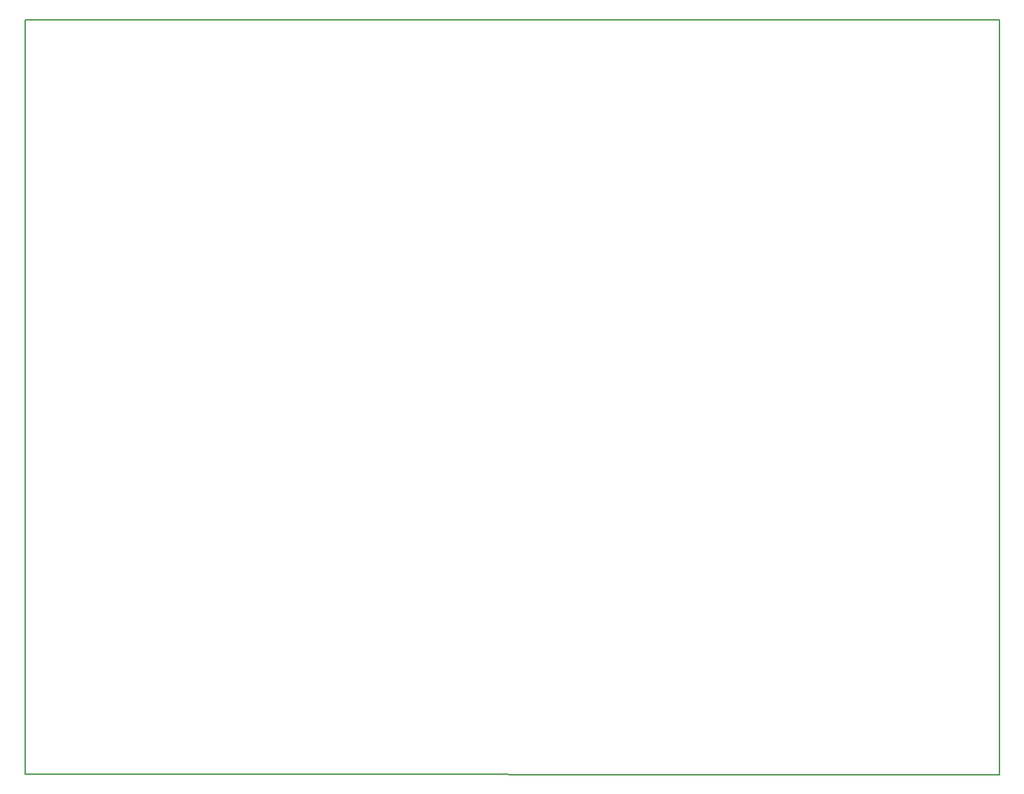
<source format=gbr>
%TF.GenerationSoftware,KiCad,Pcbnew,(6.0.0)*%
%TF.CreationDate,2022-02-13T17:17:33+01:00*%
%TF.ProjectId,SynthBaby8,53796e74-6842-4616-9279-382e6b696361,rev?*%
%TF.SameCoordinates,Original*%
%TF.FileFunction,Other,User*%
%FSLAX46Y46*%
G04 Gerber Fmt 4.6, Leading zero omitted, Abs format (unit mm)*
G04 Created by KiCad (PCBNEW (6.0.0)) date 2022-02-13 17:17:33*
%MOMM*%
%LPD*%
G01*
G04 APERTURE LIST*
%ADD10C,0.150000*%
G04 APERTURE END LIST*
D10*
X50794920Y-147299680D02*
X50789840Y-50810160D01*
X50789840Y-50810160D02*
X175270160Y-50860960D01*
X175270160Y-50860960D02*
X175275240Y-147330160D01*
X175275240Y-147330160D02*
X50794920Y-147299680D01*
M02*

</source>
